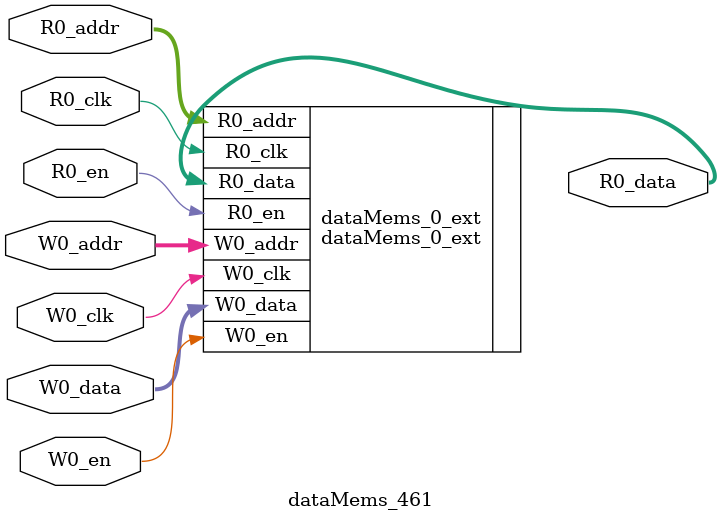
<source format=sv>
`ifndef RANDOMIZE
  `ifdef RANDOMIZE_REG_INIT
    `define RANDOMIZE
  `endif // RANDOMIZE_REG_INIT
`endif // not def RANDOMIZE
`ifndef RANDOMIZE
  `ifdef RANDOMIZE_MEM_INIT
    `define RANDOMIZE
  `endif // RANDOMIZE_MEM_INIT
`endif // not def RANDOMIZE

`ifndef RANDOM
  `define RANDOM $random
`endif // not def RANDOM

// Users can define 'PRINTF_COND' to add an extra gate to prints.
`ifndef PRINTF_COND_
  `ifdef PRINTF_COND
    `define PRINTF_COND_ (`PRINTF_COND)
  `else  // PRINTF_COND
    `define PRINTF_COND_ 1
  `endif // PRINTF_COND
`endif // not def PRINTF_COND_

// Users can define 'ASSERT_VERBOSE_COND' to add an extra gate to assert error printing.
`ifndef ASSERT_VERBOSE_COND_
  `ifdef ASSERT_VERBOSE_COND
    `define ASSERT_VERBOSE_COND_ (`ASSERT_VERBOSE_COND)
  `else  // ASSERT_VERBOSE_COND
    `define ASSERT_VERBOSE_COND_ 1
  `endif // ASSERT_VERBOSE_COND
`endif // not def ASSERT_VERBOSE_COND_

// Users can define 'STOP_COND' to add an extra gate to stop conditions.
`ifndef STOP_COND_
  `ifdef STOP_COND
    `define STOP_COND_ (`STOP_COND)
  `else  // STOP_COND
    `define STOP_COND_ 1
  `endif // STOP_COND
`endif // not def STOP_COND_

// Users can define INIT_RANDOM as general code that gets injected into the
// initializer block for modules with registers.
`ifndef INIT_RANDOM
  `define INIT_RANDOM
`endif // not def INIT_RANDOM

// If using random initialization, you can also define RANDOMIZE_DELAY to
// customize the delay used, otherwise 0.002 is used.
`ifndef RANDOMIZE_DELAY
  `define RANDOMIZE_DELAY 0.002
`endif // not def RANDOMIZE_DELAY

// Define INIT_RANDOM_PROLOG_ for use in our modules below.
`ifndef INIT_RANDOM_PROLOG_
  `ifdef RANDOMIZE
    `ifdef VERILATOR
      `define INIT_RANDOM_PROLOG_ `INIT_RANDOM
    `else  // VERILATOR
      `define INIT_RANDOM_PROLOG_ `INIT_RANDOM #`RANDOMIZE_DELAY begin end
    `endif // VERILATOR
  `else  // RANDOMIZE
    `define INIT_RANDOM_PROLOG_
  `endif // RANDOMIZE
`endif // not def INIT_RANDOM_PROLOG_

// Include register initializers in init blocks unless synthesis is set
`ifndef SYNTHESIS
  `ifndef ENABLE_INITIAL_REG_
    `define ENABLE_INITIAL_REG_
  `endif // not def ENABLE_INITIAL_REG_
`endif // not def SYNTHESIS

// Include rmemory initializers in init blocks unless synthesis is set
`ifndef SYNTHESIS
  `ifndef ENABLE_INITIAL_MEM_
    `define ENABLE_INITIAL_MEM_
  `endif // not def ENABLE_INITIAL_MEM_
`endif // not def SYNTHESIS

module dataMems_461(	// @[generators/ara/src/main/scala/UnsafeAXI4ToTL.scala:365:62]
  input  [4:0]  R0_addr,
  input         R0_en,
  input         R0_clk,
  output [66:0] R0_data,
  input  [4:0]  W0_addr,
  input         W0_en,
  input         W0_clk,
  input  [66:0] W0_data
);

  dataMems_0_ext dataMems_0_ext (	// @[generators/ara/src/main/scala/UnsafeAXI4ToTL.scala:365:62]
    .R0_addr (R0_addr),
    .R0_en   (R0_en),
    .R0_clk  (R0_clk),
    .R0_data (R0_data),
    .W0_addr (W0_addr),
    .W0_en   (W0_en),
    .W0_clk  (W0_clk),
    .W0_data (W0_data)
  );
endmodule


</source>
